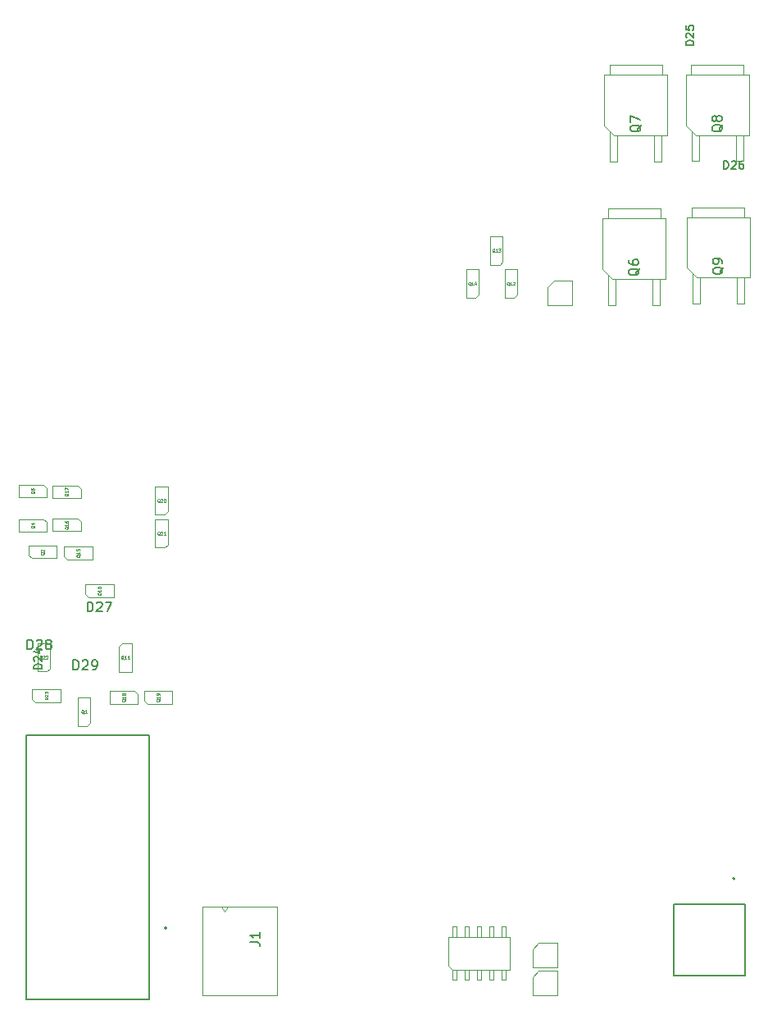
<source format=gbr>
G04 #@! TF.GenerationSoftware,KiCad,Pcbnew,(6.0.9)*
G04 #@! TF.CreationDate,2022-12-09T23:02:23+03:00*
G04 #@! TF.ProjectId,alphax_2ch,616c7068-6178-45f3-9263-682e6b696361,E*
G04 #@! TF.SameCoordinates,PX141f5e0PYa2cace0*
G04 #@! TF.FileFunction,AssemblyDrawing,Top*
%FSLAX46Y46*%
G04 Gerber Fmt 4.6, Leading zero omitted, Abs format (unit mm)*
G04 Created by KiCad (PCBNEW (6.0.9)) date 2022-12-09 23:02:23*
%MOMM*%
%LPD*%
G01*
G04 APERTURE LIST*
%ADD10C,0.050000*%
%ADD11C,0.150000*%
%ADD12C,0.170000*%
%ADD13C,0.100000*%
%ADD14C,0.127000*%
%ADD15C,0.200000*%
G04 APERTURE END LIST*
D10*
G04 #@! TO.C,Q13*
X55217142Y77324762D02*
X55186666Y77340000D01*
X55156190Y77370477D01*
X55110476Y77416191D01*
X55080000Y77431429D01*
X55049523Y77431429D01*
X55064761Y77355239D02*
X55034285Y77370477D01*
X55003809Y77400953D01*
X54988571Y77461905D01*
X54988571Y77568572D01*
X55003809Y77629524D01*
X55034285Y77660000D01*
X55064761Y77675239D01*
X55125714Y77675239D01*
X55156190Y77660000D01*
X55186666Y77629524D01*
X55201904Y77568572D01*
X55201904Y77461905D01*
X55186666Y77400953D01*
X55156190Y77370477D01*
X55125714Y77355239D01*
X55064761Y77355239D01*
X55506666Y77355239D02*
X55323809Y77355239D01*
X55415238Y77355239D02*
X55415238Y77675239D01*
X55384761Y77629524D01*
X55354285Y77599048D01*
X55323809Y77583810D01*
X55613333Y77675239D02*
X55811428Y77675239D01*
X55704761Y77553334D01*
X55750476Y77553334D01*
X55780952Y77538096D01*
X55796190Y77522858D01*
X55811428Y77492381D01*
X55811428Y77416191D01*
X55796190Y77385715D01*
X55780952Y77370477D01*
X55750476Y77355239D01*
X55659047Y77355239D01*
X55628571Y77370477D01*
X55613333Y77385715D01*
G04 #@! TO.C,Q1*
X12759523Y29734762D02*
X12729047Y29750000D01*
X12698571Y29780477D01*
X12652857Y29826191D01*
X12622380Y29841429D01*
X12591904Y29841429D01*
X12607142Y29765239D02*
X12576666Y29780477D01*
X12546190Y29810953D01*
X12530952Y29871905D01*
X12530952Y29978572D01*
X12546190Y30039524D01*
X12576666Y30070000D01*
X12607142Y30085239D01*
X12668095Y30085239D01*
X12698571Y30070000D01*
X12729047Y30039524D01*
X12744285Y29978572D01*
X12744285Y29871905D01*
X12729047Y29810953D01*
X12698571Y29780477D01*
X12668095Y29765239D01*
X12607142Y29765239D01*
X13049047Y29765239D02*
X12866190Y29765239D01*
X12957619Y29765239D02*
X12957619Y30085239D01*
X12927142Y30039524D01*
X12896666Y30009048D01*
X12866190Y29993810D01*
D11*
G04 #@! TO.C,D28*
X6935714Y36347620D02*
X6935714Y37347620D01*
X7173809Y37347620D01*
X7316666Y37300000D01*
X7411904Y37204762D01*
X7459523Y37109524D01*
X7507142Y36919048D01*
X7507142Y36776191D01*
X7459523Y36585715D01*
X7411904Y36490477D01*
X7316666Y36395239D01*
X7173809Y36347620D01*
X6935714Y36347620D01*
X7888095Y37252381D02*
X7935714Y37300000D01*
X8030952Y37347620D01*
X8269047Y37347620D01*
X8364285Y37300000D01*
X8411904Y37252381D01*
X8459523Y37157143D01*
X8459523Y37061905D01*
X8411904Y36919048D01*
X7840476Y36347620D01*
X8459523Y36347620D01*
X9030952Y36919048D02*
X8935714Y36966667D01*
X8888095Y37014286D01*
X8840476Y37109524D01*
X8840476Y37157143D01*
X8888095Y37252381D01*
X8935714Y37300000D01*
X9030952Y37347620D01*
X9221428Y37347620D01*
X9316666Y37300000D01*
X9364285Y37252381D01*
X9411904Y37157143D01*
X9411904Y37109524D01*
X9364285Y37014286D01*
X9316666Y36966667D01*
X9221428Y36919048D01*
X9030952Y36919048D01*
X8935714Y36871429D01*
X8888095Y36823810D01*
X8840476Y36728572D01*
X8840476Y36538096D01*
X8888095Y36442858D01*
X8935714Y36395239D01*
X9030952Y36347620D01*
X9221428Y36347620D01*
X9316666Y36395239D01*
X9364285Y36442858D01*
X9411904Y36538096D01*
X9411904Y36728572D01*
X9364285Y36823810D01*
X9316666Y36871429D01*
X9221428Y36919048D01*
G04 #@! TO.C,J1*
X29962380Y6141667D02*
X30676666Y6141667D01*
X30819523Y6094048D01*
X30914761Y5998810D01*
X30962380Y5855953D01*
X30962380Y5760715D01*
X30962380Y7141667D02*
X30962380Y6570239D01*
X30962380Y6855953D02*
X29962380Y6855953D01*
X30105238Y6760715D01*
X30200476Y6665477D01*
X30248095Y6570239D01*
G04 #@! TO.C,Q8*
X78767619Y90504762D02*
X78720000Y90409524D01*
X78624761Y90314286D01*
X78481904Y90171429D01*
X78434285Y90076191D01*
X78434285Y89980953D01*
X78672380Y90028572D02*
X78624761Y89933334D01*
X78529523Y89838096D01*
X78339047Y89790477D01*
X78005714Y89790477D01*
X77815238Y89838096D01*
X77720000Y89933334D01*
X77672380Y90028572D01*
X77672380Y90219048D01*
X77720000Y90314286D01*
X77815238Y90409524D01*
X78005714Y90457143D01*
X78339047Y90457143D01*
X78529523Y90409524D01*
X78624761Y90314286D01*
X78672380Y90219048D01*
X78672380Y90028572D01*
X78100952Y91028572D02*
X78053333Y90933334D01*
X78005714Y90885715D01*
X77910476Y90838096D01*
X77862857Y90838096D01*
X77767619Y90885715D01*
X77720000Y90933334D01*
X77672380Y91028572D01*
X77672380Y91219048D01*
X77720000Y91314286D01*
X77767619Y91361905D01*
X77862857Y91409524D01*
X77910476Y91409524D01*
X78005714Y91361905D01*
X78053333Y91314286D01*
X78100952Y91219048D01*
X78100952Y91028572D01*
X78148571Y90933334D01*
X78196190Y90885715D01*
X78291428Y90838096D01*
X78481904Y90838096D01*
X78577142Y90885715D01*
X78624761Y90933334D01*
X78672380Y91028572D01*
X78672380Y91219048D01*
X78624761Y91314286D01*
X78577142Y91361905D01*
X78481904Y91409524D01*
X78291428Y91409524D01*
X78196190Y91361905D01*
X78148571Y91314286D01*
X78100952Y91219048D01*
D10*
G04 #@! TO.C,Q4*
X7675238Y49119524D02*
X7660000Y49089048D01*
X7629523Y49058572D01*
X7583809Y49012858D01*
X7568571Y48982381D01*
X7568571Y48951905D01*
X7644761Y48967143D02*
X7629523Y48936667D01*
X7599047Y48906191D01*
X7538095Y48890953D01*
X7431428Y48890953D01*
X7370476Y48906191D01*
X7340000Y48936667D01*
X7324761Y48967143D01*
X7324761Y49028096D01*
X7340000Y49058572D01*
X7370476Y49089048D01*
X7431428Y49104286D01*
X7538095Y49104286D01*
X7599047Y49089048D01*
X7629523Y49058572D01*
X7644761Y49028096D01*
X7644761Y48967143D01*
X7431428Y49378572D02*
X7644761Y49378572D01*
X7309523Y49302381D02*
X7538095Y49226191D01*
X7538095Y49424286D01*
G04 #@! TO.C,Q15*
X12375238Y46117143D02*
X12360000Y46086667D01*
X12329523Y46056191D01*
X12283809Y46010477D01*
X12268571Y45980000D01*
X12268571Y45949524D01*
X12344761Y45964762D02*
X12329523Y45934286D01*
X12299047Y45903810D01*
X12238095Y45888572D01*
X12131428Y45888572D01*
X12070476Y45903810D01*
X12040000Y45934286D01*
X12024761Y45964762D01*
X12024761Y46025715D01*
X12040000Y46056191D01*
X12070476Y46086667D01*
X12131428Y46101905D01*
X12238095Y46101905D01*
X12299047Y46086667D01*
X12329523Y46056191D01*
X12344761Y46025715D01*
X12344761Y45964762D01*
X12344761Y46406667D02*
X12344761Y46223810D01*
X12344761Y46315239D02*
X12024761Y46315239D01*
X12070476Y46284762D01*
X12100952Y46254286D01*
X12116190Y46223810D01*
X12024761Y46696191D02*
X12024761Y46543810D01*
X12177142Y46528572D01*
X12161904Y46543810D01*
X12146666Y46574286D01*
X12146666Y46650477D01*
X12161904Y46680953D01*
X12177142Y46696191D01*
X12207619Y46711429D01*
X12283809Y46711429D01*
X12314285Y46696191D01*
X12329523Y46680953D01*
X12344761Y46650477D01*
X12344761Y46574286D01*
X12329523Y46543810D01*
X12314285Y46528572D01*
G04 #@! TO.C,Q19*
X20627238Y31215143D02*
X20612000Y31184667D01*
X20581523Y31154191D01*
X20535809Y31108477D01*
X20520571Y31078000D01*
X20520571Y31047524D01*
X20596761Y31062762D02*
X20581523Y31032286D01*
X20551047Y31001810D01*
X20490095Y30986572D01*
X20383428Y30986572D01*
X20322476Y31001810D01*
X20292000Y31032286D01*
X20276761Y31062762D01*
X20276761Y31123715D01*
X20292000Y31154191D01*
X20322476Y31184667D01*
X20383428Y31199905D01*
X20490095Y31199905D01*
X20551047Y31184667D01*
X20581523Y31154191D01*
X20596761Y31123715D01*
X20596761Y31062762D01*
X20596761Y31504667D02*
X20596761Y31321810D01*
X20596761Y31413239D02*
X20276761Y31413239D01*
X20322476Y31382762D01*
X20352952Y31352286D01*
X20368190Y31321810D01*
X20596761Y31657048D02*
X20596761Y31718000D01*
X20581523Y31748477D01*
X20566285Y31763715D01*
X20520571Y31794191D01*
X20459619Y31809429D01*
X20337714Y31809429D01*
X20307238Y31794191D01*
X20292000Y31778953D01*
X20276761Y31748477D01*
X20276761Y31687524D01*
X20292000Y31657048D01*
X20307238Y31641810D01*
X20337714Y31626572D01*
X20413904Y31626572D01*
X20444380Y31641810D01*
X20459619Y31657048D01*
X20474857Y31687524D01*
X20474857Y31748477D01*
X20459619Y31778953D01*
X20444380Y31794191D01*
X20413904Y31809429D01*
G04 #@! TO.C,Q18*
X17071238Y31215143D02*
X17056000Y31184667D01*
X17025523Y31154191D01*
X16979809Y31108477D01*
X16964571Y31078000D01*
X16964571Y31047524D01*
X17040761Y31062762D02*
X17025523Y31032286D01*
X16995047Y31001810D01*
X16934095Y30986572D01*
X16827428Y30986572D01*
X16766476Y31001810D01*
X16736000Y31032286D01*
X16720761Y31062762D01*
X16720761Y31123715D01*
X16736000Y31154191D01*
X16766476Y31184667D01*
X16827428Y31199905D01*
X16934095Y31199905D01*
X16995047Y31184667D01*
X17025523Y31154191D01*
X17040761Y31123715D01*
X17040761Y31062762D01*
X17040761Y31504667D02*
X17040761Y31321810D01*
X17040761Y31413239D02*
X16720761Y31413239D01*
X16766476Y31382762D01*
X16796952Y31352286D01*
X16812190Y31321810D01*
X16857904Y31687524D02*
X16842666Y31657048D01*
X16827428Y31641810D01*
X16796952Y31626572D01*
X16781714Y31626572D01*
X16751238Y31641810D01*
X16736000Y31657048D01*
X16720761Y31687524D01*
X16720761Y31748477D01*
X16736000Y31778953D01*
X16751238Y31794191D01*
X16781714Y31809429D01*
X16796952Y31809429D01*
X16827428Y31794191D01*
X16842666Y31778953D01*
X16857904Y31748477D01*
X16857904Y31687524D01*
X16873142Y31657048D01*
X16888380Y31641810D01*
X16918857Y31626572D01*
X16979809Y31626572D01*
X17010285Y31641810D01*
X17025523Y31657048D01*
X17040761Y31687524D01*
X17040761Y31748477D01*
X17025523Y31778953D01*
X17010285Y31794191D01*
X16979809Y31809429D01*
X16918857Y31809429D01*
X16888380Y31794191D01*
X16873142Y31778953D01*
X16857904Y31748477D01*
D12*
G04 #@! TO.C,D26*
X78904285Y85929048D02*
X78904285Y86749048D01*
X79099523Y86749048D01*
X79216666Y86710000D01*
X79294761Y86631905D01*
X79333809Y86553810D01*
X79372857Y86397620D01*
X79372857Y86280477D01*
X79333809Y86124286D01*
X79294761Y86046191D01*
X79216666Y85968096D01*
X79099523Y85929048D01*
X78904285Y85929048D01*
X79685238Y86670953D02*
X79724285Y86710000D01*
X79802380Y86749048D01*
X79997619Y86749048D01*
X80075714Y86710000D01*
X80114761Y86670953D01*
X80153809Y86592858D01*
X80153809Y86514762D01*
X80114761Y86397620D01*
X79646190Y85929048D01*
X80153809Y85929048D01*
X80856666Y86749048D02*
X80700476Y86749048D01*
X80622380Y86710000D01*
X80583333Y86670953D01*
X80505238Y86553810D01*
X80466190Y86397620D01*
X80466190Y86085239D01*
X80505238Y86007143D01*
X80544285Y85968096D01*
X80622380Y85929048D01*
X80778571Y85929048D01*
X80856666Y85968096D01*
X80895714Y86007143D01*
X80934761Y86085239D01*
X80934761Y86280477D01*
X80895714Y86358572D01*
X80856666Y86397620D01*
X80778571Y86436667D01*
X80622380Y86436667D01*
X80544285Y86397620D01*
X80505238Y86358572D01*
X80466190Y86280477D01*
D10*
G04 #@! TO.C,Q22*
X8447142Y35334762D02*
X8416666Y35350000D01*
X8386190Y35380477D01*
X8340476Y35426191D01*
X8310000Y35441429D01*
X8279523Y35441429D01*
X8294761Y35365239D02*
X8264285Y35380477D01*
X8233809Y35410953D01*
X8218571Y35471905D01*
X8218571Y35578572D01*
X8233809Y35639524D01*
X8264285Y35670000D01*
X8294761Y35685239D01*
X8355714Y35685239D01*
X8386190Y35670000D01*
X8416666Y35639524D01*
X8431904Y35578572D01*
X8431904Y35471905D01*
X8416666Y35410953D01*
X8386190Y35380477D01*
X8355714Y35365239D01*
X8294761Y35365239D01*
X8553809Y35654762D02*
X8569047Y35670000D01*
X8599523Y35685239D01*
X8675714Y35685239D01*
X8706190Y35670000D01*
X8721428Y35654762D01*
X8736666Y35624286D01*
X8736666Y35593810D01*
X8721428Y35548096D01*
X8538571Y35365239D01*
X8736666Y35365239D01*
X8858571Y35654762D02*
X8873809Y35670000D01*
X8904285Y35685239D01*
X8980476Y35685239D01*
X9010952Y35670000D01*
X9026190Y35654762D01*
X9041428Y35624286D01*
X9041428Y35593810D01*
X9026190Y35548096D01*
X8843333Y35365239D01*
X9041428Y35365239D01*
G04 #@! TO.C,Q14*
X52717142Y73924762D02*
X52686666Y73940000D01*
X52656190Y73970477D01*
X52610476Y74016191D01*
X52580000Y74031429D01*
X52549523Y74031429D01*
X52564761Y73955239D02*
X52534285Y73970477D01*
X52503809Y74000953D01*
X52488571Y74061905D01*
X52488571Y74168572D01*
X52503809Y74229524D01*
X52534285Y74260000D01*
X52564761Y74275239D01*
X52625714Y74275239D01*
X52656190Y74260000D01*
X52686666Y74229524D01*
X52701904Y74168572D01*
X52701904Y74061905D01*
X52686666Y74000953D01*
X52656190Y73970477D01*
X52625714Y73955239D01*
X52564761Y73955239D01*
X53006666Y73955239D02*
X52823809Y73955239D01*
X52915238Y73955239D02*
X52915238Y74275239D01*
X52884761Y74229524D01*
X52854285Y74199048D01*
X52823809Y74183810D01*
X53280952Y74168572D02*
X53280952Y73955239D01*
X53204761Y74290477D02*
X53128571Y74061905D01*
X53326666Y74061905D01*
D11*
G04 #@! TO.C,D29*
X11685714Y34247620D02*
X11685714Y35247620D01*
X11923809Y35247620D01*
X12066666Y35200000D01*
X12161904Y35104762D01*
X12209523Y35009524D01*
X12257142Y34819048D01*
X12257142Y34676191D01*
X12209523Y34485715D01*
X12161904Y34390477D01*
X12066666Y34295239D01*
X11923809Y34247620D01*
X11685714Y34247620D01*
X12638095Y35152381D02*
X12685714Y35200000D01*
X12780952Y35247620D01*
X13019047Y35247620D01*
X13114285Y35200000D01*
X13161904Y35152381D01*
X13209523Y35057143D01*
X13209523Y34961905D01*
X13161904Y34819048D01*
X12590476Y34247620D01*
X13209523Y34247620D01*
X13685714Y34247620D02*
X13876190Y34247620D01*
X13971428Y34295239D01*
X14019047Y34342858D01*
X14114285Y34485715D01*
X14161904Y34676191D01*
X14161904Y35057143D01*
X14114285Y35152381D01*
X14066666Y35200000D01*
X13971428Y35247620D01*
X13780952Y35247620D01*
X13685714Y35200000D01*
X13638095Y35152381D01*
X13590476Y35057143D01*
X13590476Y34819048D01*
X13638095Y34723810D01*
X13685714Y34676191D01*
X13780952Y34628572D01*
X13971428Y34628572D01*
X14066666Y34676191D01*
X14114285Y34723810D01*
X14161904Y34819048D01*
D10*
G04 #@! TO.C,Q17*
X11175238Y52417143D02*
X11160000Y52386667D01*
X11129523Y52356191D01*
X11083809Y52310477D01*
X11068571Y52280000D01*
X11068571Y52249524D01*
X11144761Y52264762D02*
X11129523Y52234286D01*
X11099047Y52203810D01*
X11038095Y52188572D01*
X10931428Y52188572D01*
X10870476Y52203810D01*
X10840000Y52234286D01*
X10824761Y52264762D01*
X10824761Y52325715D01*
X10840000Y52356191D01*
X10870476Y52386667D01*
X10931428Y52401905D01*
X11038095Y52401905D01*
X11099047Y52386667D01*
X11129523Y52356191D01*
X11144761Y52325715D01*
X11144761Y52264762D01*
X11144761Y52706667D02*
X11144761Y52523810D01*
X11144761Y52615239D02*
X10824761Y52615239D01*
X10870476Y52584762D01*
X10900952Y52554286D01*
X10916190Y52523810D01*
X10824761Y52813334D02*
X10824761Y53026667D01*
X11144761Y52889524D01*
G04 #@! TO.C,Q20*
X20617142Y51524762D02*
X20586666Y51540000D01*
X20556190Y51570477D01*
X20510476Y51616191D01*
X20480000Y51631429D01*
X20449523Y51631429D01*
X20464761Y51555239D02*
X20434285Y51570477D01*
X20403809Y51600953D01*
X20388571Y51661905D01*
X20388571Y51768572D01*
X20403809Y51829524D01*
X20434285Y51860000D01*
X20464761Y51875239D01*
X20525714Y51875239D01*
X20556190Y51860000D01*
X20586666Y51829524D01*
X20601904Y51768572D01*
X20601904Y51661905D01*
X20586666Y51600953D01*
X20556190Y51570477D01*
X20525714Y51555239D01*
X20464761Y51555239D01*
X20723809Y51844762D02*
X20739047Y51860000D01*
X20769523Y51875239D01*
X20845714Y51875239D01*
X20876190Y51860000D01*
X20891428Y51844762D01*
X20906666Y51814286D01*
X20906666Y51783810D01*
X20891428Y51738096D01*
X20708571Y51555239D01*
X20906666Y51555239D01*
X21104761Y51875239D02*
X21135238Y51875239D01*
X21165714Y51860000D01*
X21180952Y51844762D01*
X21196190Y51814286D01*
X21211428Y51753334D01*
X21211428Y51677143D01*
X21196190Y51616191D01*
X21180952Y51585715D01*
X21165714Y51570477D01*
X21135238Y51555239D01*
X21104761Y51555239D01*
X21074285Y51570477D01*
X21059047Y51585715D01*
X21043809Y51616191D01*
X21028571Y51677143D01*
X21028571Y51753334D01*
X21043809Y51814286D01*
X21059047Y51844762D01*
X21074285Y51860000D01*
X21104761Y51875239D01*
G04 #@! TO.C,D23*
X9044761Y31181429D02*
X8724761Y31181429D01*
X8724761Y31257620D01*
X8740000Y31303334D01*
X8770476Y31333810D01*
X8800952Y31349048D01*
X8861904Y31364286D01*
X8907619Y31364286D01*
X8968571Y31349048D01*
X8999047Y31333810D01*
X9029523Y31303334D01*
X9044761Y31257620D01*
X9044761Y31181429D01*
X8755238Y31486191D02*
X8740000Y31501429D01*
X8724761Y31531905D01*
X8724761Y31608096D01*
X8740000Y31638572D01*
X8755238Y31653810D01*
X8785714Y31669048D01*
X8816190Y31669048D01*
X8861904Y31653810D01*
X9044761Y31470953D01*
X9044761Y31669048D01*
X8724761Y31775715D02*
X8724761Y31973810D01*
X8846666Y31867143D01*
X8846666Y31912858D01*
X8861904Y31943334D01*
X8877142Y31958572D01*
X8907619Y31973810D01*
X8983809Y31973810D01*
X9014285Y31958572D01*
X9029523Y31943334D01*
X9044761Y31912858D01*
X9044761Y31821429D01*
X9029523Y31790953D01*
X9014285Y31775715D01*
G04 #@! TO.C,Q5*
X7675238Y52669524D02*
X7660000Y52639048D01*
X7629523Y52608572D01*
X7583809Y52562858D01*
X7568571Y52532381D01*
X7568571Y52501905D01*
X7644761Y52517143D02*
X7629523Y52486667D01*
X7599047Y52456191D01*
X7538095Y52440953D01*
X7431428Y52440953D01*
X7370476Y52456191D01*
X7340000Y52486667D01*
X7324761Y52517143D01*
X7324761Y52578096D01*
X7340000Y52608572D01*
X7370476Y52639048D01*
X7431428Y52654286D01*
X7538095Y52654286D01*
X7599047Y52639048D01*
X7629523Y52608572D01*
X7644761Y52578096D01*
X7644761Y52517143D01*
X7324761Y52943810D02*
X7324761Y52791429D01*
X7477142Y52776191D01*
X7461904Y52791429D01*
X7446666Y52821905D01*
X7446666Y52898096D01*
X7461904Y52928572D01*
X7477142Y52943810D01*
X7507619Y52959048D01*
X7583809Y52959048D01*
X7614285Y52943810D01*
X7629523Y52928572D01*
X7644761Y52898096D01*
X7644761Y52821905D01*
X7629523Y52791429D01*
X7614285Y52776191D01*
G04 #@! TO.C,Q12*
X56695142Y73924762D02*
X56664666Y73940000D01*
X56634190Y73970477D01*
X56588476Y74016191D01*
X56558000Y74031429D01*
X56527523Y74031429D01*
X56542761Y73955239D02*
X56512285Y73970477D01*
X56481809Y74000953D01*
X56466571Y74061905D01*
X56466571Y74168572D01*
X56481809Y74229524D01*
X56512285Y74260000D01*
X56542761Y74275239D01*
X56603714Y74275239D01*
X56634190Y74260000D01*
X56664666Y74229524D01*
X56679904Y74168572D01*
X56679904Y74061905D01*
X56664666Y74000953D01*
X56634190Y73970477D01*
X56603714Y73955239D01*
X56542761Y73955239D01*
X56984666Y73955239D02*
X56801809Y73955239D01*
X56893238Y73955239D02*
X56893238Y74275239D01*
X56862761Y74229524D01*
X56832285Y74199048D01*
X56801809Y74183810D01*
X57106571Y74244762D02*
X57121809Y74260000D01*
X57152285Y74275239D01*
X57228476Y74275239D01*
X57258952Y74260000D01*
X57274190Y74244762D01*
X57289428Y74214286D01*
X57289428Y74183810D01*
X57274190Y74138096D01*
X57091333Y73955239D01*
X57289428Y73955239D01*
G04 #@! TO.C,Q2*
X8675238Y46369524D02*
X8660000Y46339048D01*
X8629523Y46308572D01*
X8583809Y46262858D01*
X8568571Y46232381D01*
X8568571Y46201905D01*
X8644761Y46217143D02*
X8629523Y46186667D01*
X8599047Y46156191D01*
X8538095Y46140953D01*
X8431428Y46140953D01*
X8370476Y46156191D01*
X8340000Y46186667D01*
X8324761Y46217143D01*
X8324761Y46278096D01*
X8340000Y46308572D01*
X8370476Y46339048D01*
X8431428Y46354286D01*
X8538095Y46354286D01*
X8599047Y46339048D01*
X8629523Y46308572D01*
X8644761Y46278096D01*
X8644761Y46217143D01*
X8355238Y46476191D02*
X8340000Y46491429D01*
X8324761Y46521905D01*
X8324761Y46598096D01*
X8340000Y46628572D01*
X8355238Y46643810D01*
X8385714Y46659048D01*
X8416190Y46659048D01*
X8461904Y46643810D01*
X8644761Y46460953D01*
X8644761Y46659048D01*
G04 #@! TO.C,Q16*
X11175238Y49017143D02*
X11160000Y48986667D01*
X11129523Y48956191D01*
X11083809Y48910477D01*
X11068571Y48880000D01*
X11068571Y48849524D01*
X11144761Y48864762D02*
X11129523Y48834286D01*
X11099047Y48803810D01*
X11038095Y48788572D01*
X10931428Y48788572D01*
X10870476Y48803810D01*
X10840000Y48834286D01*
X10824761Y48864762D01*
X10824761Y48925715D01*
X10840000Y48956191D01*
X10870476Y48986667D01*
X10931428Y49001905D01*
X11038095Y49001905D01*
X11099047Y48986667D01*
X11129523Y48956191D01*
X11144761Y48925715D01*
X11144761Y48864762D01*
X11144761Y49306667D02*
X11144761Y49123810D01*
X11144761Y49215239D02*
X10824761Y49215239D01*
X10870476Y49184762D01*
X10900952Y49154286D01*
X10916190Y49123810D01*
X10824761Y49580953D02*
X10824761Y49520000D01*
X10840000Y49489524D01*
X10855238Y49474286D01*
X10900952Y49443810D01*
X10961904Y49428572D01*
X11083809Y49428572D01*
X11114285Y49443810D01*
X11129523Y49459048D01*
X11144761Y49489524D01*
X11144761Y49550477D01*
X11129523Y49580953D01*
X11114285Y49596191D01*
X11083809Y49611429D01*
X11007619Y49611429D01*
X10977142Y49596191D01*
X10961904Y49580953D01*
X10946666Y49550477D01*
X10946666Y49489524D01*
X10961904Y49459048D01*
X10977142Y49443810D01*
X11007619Y49428572D01*
D11*
G04 #@! TO.C,Q7*
X70337619Y90494762D02*
X70290000Y90399524D01*
X70194761Y90304286D01*
X70051904Y90161429D01*
X70004285Y90066191D01*
X70004285Y89970953D01*
X70242380Y90018572D02*
X70194761Y89923334D01*
X70099523Y89828096D01*
X69909047Y89780477D01*
X69575714Y89780477D01*
X69385238Y89828096D01*
X69290000Y89923334D01*
X69242380Y90018572D01*
X69242380Y90209048D01*
X69290000Y90304286D01*
X69385238Y90399524D01*
X69575714Y90447143D01*
X69909047Y90447143D01*
X70099523Y90399524D01*
X70194761Y90304286D01*
X70242380Y90209048D01*
X70242380Y90018572D01*
X69242380Y90780477D02*
X69242380Y91447143D01*
X70242380Y91018572D01*
G04 #@! TO.C,Q6*
X70157619Y75674762D02*
X70110000Y75579524D01*
X70014761Y75484286D01*
X69871904Y75341429D01*
X69824285Y75246191D01*
X69824285Y75150953D01*
X70062380Y75198572D02*
X70014761Y75103334D01*
X69919523Y75008096D01*
X69729047Y74960477D01*
X69395714Y74960477D01*
X69205238Y75008096D01*
X69110000Y75103334D01*
X69062380Y75198572D01*
X69062380Y75389048D01*
X69110000Y75484286D01*
X69205238Y75579524D01*
X69395714Y75627143D01*
X69729047Y75627143D01*
X69919523Y75579524D01*
X70014761Y75484286D01*
X70062380Y75389048D01*
X70062380Y75198572D01*
X69062380Y76484286D02*
X69062380Y76293810D01*
X69110000Y76198572D01*
X69157619Y76150953D01*
X69300476Y76055715D01*
X69490952Y76008096D01*
X69871904Y76008096D01*
X69967142Y76055715D01*
X70014761Y76103334D01*
X70062380Y76198572D01*
X70062380Y76389048D01*
X70014761Y76484286D01*
X69967142Y76531905D01*
X69871904Y76579524D01*
X69633809Y76579524D01*
X69538571Y76531905D01*
X69490952Y76484286D01*
X69443333Y76389048D01*
X69443333Y76198572D01*
X69490952Y76103334D01*
X69538571Y76055715D01*
X69633809Y76008096D01*
D10*
G04 #@! TO.C,Q21*
X20617142Y48124762D02*
X20586666Y48140000D01*
X20556190Y48170477D01*
X20510476Y48216191D01*
X20480000Y48231429D01*
X20449523Y48231429D01*
X20464761Y48155239D02*
X20434285Y48170477D01*
X20403809Y48200953D01*
X20388571Y48261905D01*
X20388571Y48368572D01*
X20403809Y48429524D01*
X20434285Y48460000D01*
X20464761Y48475239D01*
X20525714Y48475239D01*
X20556190Y48460000D01*
X20586666Y48429524D01*
X20601904Y48368572D01*
X20601904Y48261905D01*
X20586666Y48200953D01*
X20556190Y48170477D01*
X20525714Y48155239D01*
X20464761Y48155239D01*
X20723809Y48444762D02*
X20739047Y48460000D01*
X20769523Y48475239D01*
X20845714Y48475239D01*
X20876190Y48460000D01*
X20891428Y48444762D01*
X20906666Y48414286D01*
X20906666Y48383810D01*
X20891428Y48338096D01*
X20708571Y48155239D01*
X20906666Y48155239D01*
X21211428Y48155239D02*
X21028571Y48155239D01*
X21120000Y48155239D02*
X21120000Y48475239D01*
X21089523Y48429524D01*
X21059047Y48399048D01*
X21028571Y48383810D01*
D11*
G04 #@! TO.C,D27*
X13135714Y40247620D02*
X13135714Y41247620D01*
X13373809Y41247620D01*
X13516666Y41200000D01*
X13611904Y41104762D01*
X13659523Y41009524D01*
X13707142Y40819048D01*
X13707142Y40676191D01*
X13659523Y40485715D01*
X13611904Y40390477D01*
X13516666Y40295239D01*
X13373809Y40247620D01*
X13135714Y40247620D01*
X14088095Y41152381D02*
X14135714Y41200000D01*
X14230952Y41247620D01*
X14469047Y41247620D01*
X14564285Y41200000D01*
X14611904Y41152381D01*
X14659523Y41057143D01*
X14659523Y40961905D01*
X14611904Y40819048D01*
X14040476Y40247620D01*
X14659523Y40247620D01*
X14992857Y41247620D02*
X15659523Y41247620D01*
X15230952Y40247620D01*
D10*
G04 #@! TO.C,Q10*
X14575238Y42217143D02*
X14560000Y42186667D01*
X14529523Y42156191D01*
X14483809Y42110477D01*
X14468571Y42080000D01*
X14468571Y42049524D01*
X14544761Y42064762D02*
X14529523Y42034286D01*
X14499047Y42003810D01*
X14438095Y41988572D01*
X14331428Y41988572D01*
X14270476Y42003810D01*
X14240000Y42034286D01*
X14224761Y42064762D01*
X14224761Y42125715D01*
X14240000Y42156191D01*
X14270476Y42186667D01*
X14331428Y42201905D01*
X14438095Y42201905D01*
X14499047Y42186667D01*
X14529523Y42156191D01*
X14544761Y42125715D01*
X14544761Y42064762D01*
X14544761Y42506667D02*
X14544761Y42323810D01*
X14544761Y42415239D02*
X14224761Y42415239D01*
X14270476Y42384762D01*
X14300952Y42354286D01*
X14316190Y42323810D01*
X14224761Y42704762D02*
X14224761Y42735239D01*
X14240000Y42765715D01*
X14255238Y42780953D01*
X14285714Y42796191D01*
X14346666Y42811429D01*
X14422857Y42811429D01*
X14483809Y42796191D01*
X14514285Y42780953D01*
X14529523Y42765715D01*
X14544761Y42735239D01*
X14544761Y42704762D01*
X14529523Y42674286D01*
X14514285Y42659048D01*
X14483809Y42643810D01*
X14422857Y42628572D01*
X14346666Y42628572D01*
X14285714Y42643810D01*
X14255238Y42659048D01*
X14240000Y42674286D01*
X14224761Y42704762D01*
D12*
G04 #@! TO.C,D24*
X8430952Y34369286D02*
X7610952Y34369286D01*
X7610952Y34564524D01*
X7650000Y34681667D01*
X7728095Y34759762D01*
X7806190Y34798810D01*
X7962380Y34837858D01*
X8079523Y34837858D01*
X8235714Y34798810D01*
X8313809Y34759762D01*
X8391904Y34681667D01*
X8430952Y34564524D01*
X8430952Y34369286D01*
X7689047Y35150239D02*
X7650000Y35189286D01*
X7610952Y35267381D01*
X7610952Y35462620D01*
X7650000Y35540715D01*
X7689047Y35579762D01*
X7767142Y35618810D01*
X7845238Y35618810D01*
X7962380Y35579762D01*
X8430952Y35111191D01*
X8430952Y35618810D01*
X7884285Y36321667D02*
X8430952Y36321667D01*
X7571904Y36126429D02*
X8157619Y35931191D01*
X8157619Y36438810D01*
D10*
G04 #@! TO.C,Q11*
X16867142Y35324762D02*
X16836666Y35340000D01*
X16806190Y35370477D01*
X16760476Y35416191D01*
X16730000Y35431429D01*
X16699523Y35431429D01*
X16714761Y35355239D02*
X16684285Y35370477D01*
X16653809Y35400953D01*
X16638571Y35461905D01*
X16638571Y35568572D01*
X16653809Y35629524D01*
X16684285Y35660000D01*
X16714761Y35675239D01*
X16775714Y35675239D01*
X16806190Y35660000D01*
X16836666Y35629524D01*
X16851904Y35568572D01*
X16851904Y35461905D01*
X16836666Y35400953D01*
X16806190Y35370477D01*
X16775714Y35355239D01*
X16714761Y35355239D01*
X17156666Y35355239D02*
X16973809Y35355239D01*
X17065238Y35355239D02*
X17065238Y35675239D01*
X17034761Y35629524D01*
X17004285Y35599048D01*
X16973809Y35583810D01*
X17461428Y35355239D02*
X17278571Y35355239D01*
X17370000Y35355239D02*
X17370000Y35675239D01*
X17339523Y35629524D01*
X17309047Y35599048D01*
X17278571Y35583810D01*
D12*
G04 #@! TO.C,D25*
X75770952Y98704286D02*
X74950952Y98704286D01*
X74950952Y98899524D01*
X74990000Y99016667D01*
X75068095Y99094762D01*
X75146190Y99133810D01*
X75302380Y99172858D01*
X75419523Y99172858D01*
X75575714Y99133810D01*
X75653809Y99094762D01*
X75731904Y99016667D01*
X75770952Y98899524D01*
X75770952Y98704286D01*
X75029047Y99485239D02*
X74990000Y99524286D01*
X74950952Y99602381D01*
X74950952Y99797620D01*
X74990000Y99875715D01*
X75029047Y99914762D01*
X75107142Y99953810D01*
X75185238Y99953810D01*
X75302380Y99914762D01*
X75770952Y99446191D01*
X75770952Y99953810D01*
X74950952Y100695715D02*
X74950952Y100305239D01*
X75341428Y100266191D01*
X75302380Y100305239D01*
X75263333Y100383334D01*
X75263333Y100578572D01*
X75302380Y100656667D01*
X75341428Y100695715D01*
X75419523Y100734762D01*
X75614761Y100734762D01*
X75692857Y100695715D01*
X75731904Y100656667D01*
X75770952Y100578572D01*
X75770952Y100383334D01*
X75731904Y100305239D01*
X75692857Y100266191D01*
D11*
G04 #@! TO.C,Q9*
X78837619Y75794762D02*
X78790000Y75699524D01*
X78694761Y75604286D01*
X78551904Y75461429D01*
X78504285Y75366191D01*
X78504285Y75270953D01*
X78742380Y75318572D02*
X78694761Y75223334D01*
X78599523Y75128096D01*
X78409047Y75080477D01*
X78075714Y75080477D01*
X77885238Y75128096D01*
X77790000Y75223334D01*
X77742380Y75318572D01*
X77742380Y75509048D01*
X77790000Y75604286D01*
X77885238Y75699524D01*
X78075714Y75747143D01*
X78409047Y75747143D01*
X78599523Y75699524D01*
X78694761Y75604286D01*
X78742380Y75509048D01*
X78742380Y75318572D01*
X78742380Y76223334D02*
X78742380Y76413810D01*
X78694761Y76509048D01*
X78647142Y76556667D01*
X78504285Y76651905D01*
X78313809Y76699524D01*
X77932857Y76699524D01*
X77837619Y76651905D01*
X77790000Y76604286D01*
X77742380Y76509048D01*
X77742380Y76318572D01*
X77790000Y76223334D01*
X77837619Y76175715D01*
X77932857Y76128096D01*
X78170952Y76128096D01*
X78266190Y76175715D01*
X78313809Y76223334D01*
X78361428Y76318572D01*
X78361428Y76509048D01*
X78313809Y76604286D01*
X78266190Y76651905D01*
X78170952Y76699524D01*
D13*
G04 #@! TO.C,Q13*
X54750000Y76050000D02*
X54750000Y78950000D01*
X56050000Y76375000D02*
X55725000Y76050000D01*
X54750000Y78950000D02*
X56050000Y78950000D01*
X55725000Y76050000D02*
X54750000Y76050000D01*
X56050000Y78950000D02*
X56050000Y76375000D01*
G04 #@! TO.C,Q1*
X13115000Y28460000D02*
X12140000Y28460000D01*
X13440000Y28785000D02*
X13115000Y28460000D01*
X12140000Y28460000D02*
X12140000Y31360000D01*
X13440000Y31360000D02*
X13440000Y28785000D01*
X12140000Y31360000D02*
X13440000Y31360000D01*
G04 #@! TO.C,P2*
X60688000Y73735000D02*
X61323000Y74370000D01*
X60688000Y71830000D02*
X60688000Y73735000D01*
X61323000Y74370000D02*
X63228000Y74370000D01*
X63228000Y74370000D02*
X63228000Y71830000D01*
X63228000Y71830000D02*
X60688000Y71830000D01*
G04 #@! TO.C,J1*
X25060000Y9825000D02*
X25060000Y625000D01*
X25060000Y625000D02*
X32760000Y625000D01*
X25060000Y9825000D02*
X32760000Y9825000D01*
X26960000Y9825000D02*
X27310000Y9325000D01*
X32760000Y625000D02*
X32760000Y9825000D01*
X27310000Y9325000D02*
X27660000Y9825000D01*
G04 #@! TO.C,Q8*
X75520000Y95650000D02*
X75520000Y96650000D01*
X80125000Y89430000D02*
X80125000Y86730000D01*
X74970000Y95650000D02*
X81470000Y95650000D01*
X80125000Y86730000D02*
X80875000Y86730000D01*
X75565000Y89835000D02*
X75565000Y86730000D01*
X81470000Y89430000D02*
X75970000Y89430000D01*
X80875000Y86730000D02*
X80875000Y89430000D01*
X74970000Y90430000D02*
X74970000Y95650000D01*
X80920000Y96650000D02*
X80920000Y95650000D01*
X75970000Y89430000D02*
X74970000Y90430000D01*
X75565000Y86730000D02*
X76315000Y86730000D01*
X76315000Y86730000D02*
X76315000Y89430000D01*
X81470000Y95650000D02*
X81470000Y89430000D01*
X75520000Y96650000D02*
X80920000Y96650000D01*
G04 #@! TO.C,Q4*
X6050000Y49800000D02*
X8625000Y49800000D01*
X8950000Y48500000D02*
X6050000Y48500000D01*
X6050000Y48500000D02*
X6050000Y49800000D01*
X8625000Y49800000D02*
X8950000Y49475000D01*
X8950000Y49475000D02*
X8950000Y48500000D01*
G04 #@! TO.C,Q15*
X10750000Y46950000D02*
X13650000Y46950000D01*
X10750000Y45975000D02*
X10750000Y46950000D01*
X13650000Y46950000D02*
X13650000Y45650000D01*
X13650000Y45650000D02*
X11075000Y45650000D01*
X11075000Y45650000D02*
X10750000Y45975000D01*
G04 #@! TO.C,Q19*
X21902000Y30748000D02*
X19327000Y30748000D01*
X19002000Y32048000D02*
X21902000Y32048000D01*
X21902000Y32048000D02*
X21902000Y30748000D01*
X19002000Y31073000D02*
X19002000Y32048000D01*
X19327000Y30748000D02*
X19002000Y31073000D01*
G04 #@! TO.C,Q18*
X18021000Y32048000D02*
X18346000Y31723000D01*
X15446000Y32048000D02*
X18021000Y32048000D01*
X18346000Y31723000D02*
X18346000Y30748000D01*
X18346000Y30748000D02*
X15446000Y30748000D01*
X15446000Y30748000D02*
X15446000Y32048000D01*
G04 #@! TO.C,Q22*
X7980000Y34060000D02*
X7980000Y36960000D01*
X9280000Y36960000D02*
X9280000Y34385000D01*
X9280000Y34385000D02*
X8955000Y34060000D01*
X7980000Y36960000D02*
X9280000Y36960000D01*
X8955000Y34060000D02*
X7980000Y34060000D01*
G04 #@! TO.C,P3*
X59765000Y3170000D02*
X61670000Y3170000D01*
X59130000Y2535000D02*
X59765000Y3170000D01*
X61670000Y630000D02*
X59130000Y630000D01*
X61670000Y3170000D02*
X61670000Y630000D01*
X59130000Y630000D02*
X59130000Y2535000D01*
G04 #@! TO.C,Q14*
X52250000Y75550000D02*
X53550000Y75550000D01*
X53550000Y72975000D02*
X53225000Y72650000D01*
X52250000Y72650000D02*
X52250000Y75550000D01*
X53550000Y75550000D02*
X53550000Y72975000D01*
X53225000Y72650000D02*
X52250000Y72650000D01*
G04 #@! TO.C,Q17*
X9550000Y51950000D02*
X9550000Y53250000D01*
X12450000Y52925000D02*
X12450000Y51950000D01*
X12450000Y51950000D02*
X9550000Y51950000D01*
X12125000Y53250000D02*
X12450000Y52925000D01*
X9550000Y53250000D02*
X12125000Y53250000D01*
G04 #@! TO.C,Q20*
X21125000Y50250000D02*
X20150000Y50250000D01*
X20150000Y50250000D02*
X20150000Y53150000D01*
X21450000Y53150000D02*
X21450000Y50575000D01*
X21450000Y50575000D02*
X21125000Y50250000D01*
X20150000Y53150000D02*
X21450000Y53150000D01*
G04 #@! TO.C,D23*
X7775000Y30920000D02*
X7450000Y31245000D01*
X7450000Y31245000D02*
X7450000Y32220000D01*
X10350000Y32220000D02*
X10350000Y30920000D01*
X7450000Y32220000D02*
X10350000Y32220000D01*
X10350000Y30920000D02*
X7775000Y30920000D01*
G04 #@! TO.C,Q5*
X8950000Y52050000D02*
X6050000Y52050000D01*
X6050000Y52050000D02*
X6050000Y53350000D01*
X6050000Y53350000D02*
X8625000Y53350000D01*
X8625000Y53350000D02*
X8950000Y53025000D01*
X8950000Y53025000D02*
X8950000Y52050000D01*
G04 #@! TO.C,Q12*
X57528000Y72975000D02*
X57203000Y72650000D01*
X56228000Y72650000D02*
X56228000Y75550000D01*
X57528000Y75550000D02*
X57528000Y72975000D01*
X56228000Y75550000D02*
X57528000Y75550000D01*
X57203000Y72650000D02*
X56228000Y72650000D01*
G04 #@! TO.C,Q2*
X9950000Y45750000D02*
X7375000Y45750000D01*
X7375000Y45750000D02*
X7050000Y46075000D01*
X7050000Y46075000D02*
X7050000Y47050000D01*
X7050000Y47050000D02*
X9950000Y47050000D01*
X9950000Y47050000D02*
X9950000Y45750000D01*
D14*
G04 #@! TO.C,U3*
X81102500Y10092500D02*
X73737500Y10092500D01*
X81102500Y2727500D02*
X73737500Y2727500D01*
X81102500Y10092500D02*
X81102500Y2727500D01*
X73737500Y10092500D02*
X73737500Y2727500D01*
D15*
X80015000Y12710000D02*
G75*
G03*
X80015000Y12710000I-100000J0D01*
G01*
D13*
G04 #@! TO.C,Q16*
X12125000Y49850000D02*
X12450000Y49525000D01*
X12450000Y48550000D02*
X9550000Y48550000D01*
X12450000Y49525000D02*
X12450000Y48550000D01*
X9550000Y48550000D02*
X9550000Y49850000D01*
X9550000Y49850000D02*
X12125000Y49850000D01*
D14*
G04 #@! TO.C,U4*
X6850000Y275000D02*
X6850000Y27525000D01*
X19550000Y275000D02*
X6850000Y275000D01*
X19550000Y27525000D02*
X19550000Y275000D01*
X6850000Y27525000D02*
X19550000Y27525000D01*
D15*
X21300000Y7600000D02*
G75*
G03*
X21300000Y7600000I-100000J0D01*
G01*
D13*
G04 #@! TO.C,Q7*
X73040000Y95640000D02*
X73040000Y89420000D01*
X72490000Y96640000D02*
X72490000Y95640000D01*
X71695000Y86720000D02*
X72445000Y86720000D01*
X67090000Y95640000D02*
X67090000Y96640000D01*
X67135000Y86720000D02*
X67885000Y86720000D01*
X67090000Y96640000D02*
X72490000Y96640000D01*
X66540000Y90420000D02*
X66540000Y95640000D01*
X67540000Y89420000D02*
X66540000Y90420000D01*
X67135000Y89825000D02*
X67135000Y86720000D01*
X72445000Y86720000D02*
X72445000Y89420000D01*
X71695000Y89420000D02*
X71695000Y86720000D01*
X67885000Y86720000D02*
X67885000Y89420000D01*
X66540000Y95640000D02*
X73040000Y95640000D01*
X73040000Y89420000D02*
X67540000Y89420000D01*
G04 #@! TO.C,Q6*
X72310000Y81820000D02*
X72310000Y80820000D01*
X72860000Y74600000D02*
X67360000Y74600000D01*
X66910000Y80820000D02*
X66910000Y81820000D01*
X66910000Y81820000D02*
X72310000Y81820000D01*
X66955000Y75005000D02*
X66955000Y71900000D01*
X66360000Y80820000D02*
X72860000Y80820000D01*
X66955000Y71900000D02*
X67705000Y71900000D01*
X71515000Y74600000D02*
X71515000Y71900000D01*
X67360000Y74600000D02*
X66360000Y75600000D01*
X72860000Y80820000D02*
X72860000Y74600000D01*
X71515000Y71900000D02*
X72265000Y71900000D01*
X66360000Y75600000D02*
X66360000Y80820000D01*
X72265000Y71900000D02*
X72265000Y74600000D01*
X67705000Y71900000D02*
X67705000Y74600000D01*
G04 #@! TO.C,Q21*
X20150000Y46850000D02*
X20150000Y49750000D01*
X20150000Y49750000D02*
X21450000Y49750000D01*
X21125000Y46850000D02*
X20150000Y46850000D01*
X21450000Y49750000D02*
X21450000Y47175000D01*
X21450000Y47175000D02*
X21125000Y46850000D01*
G04 #@! TO.C,Q10*
X12950000Y42075000D02*
X12950000Y43050000D01*
X15850000Y43050000D02*
X15850000Y41750000D01*
X12950000Y43050000D02*
X15850000Y43050000D01*
X15850000Y41750000D02*
X13275000Y41750000D01*
X13275000Y41750000D02*
X12950000Y42075000D01*
G04 #@! TO.C,Q11*
X17700000Y36950000D02*
X17700000Y34050000D01*
X16400000Y34050000D02*
X16400000Y36625000D01*
X17700000Y34050000D02*
X16400000Y34050000D01*
X16725000Y36950000D02*
X17700000Y36950000D01*
X16400000Y36625000D02*
X16725000Y36950000D01*
G04 #@! TO.C,P4*
X59130000Y3530000D02*
X59130000Y5435000D01*
X61670000Y3530000D02*
X59130000Y3530000D01*
X59130000Y5435000D02*
X59765000Y6070000D01*
X59765000Y6070000D02*
X61670000Y6070000D01*
X61670000Y6070000D02*
X61670000Y3530000D01*
G04 #@! TO.C,Q9*
X75590000Y81940000D02*
X80990000Y81940000D01*
X75635000Y72020000D02*
X76385000Y72020000D01*
X75040000Y75720000D02*
X75040000Y80940000D01*
X80195000Y72020000D02*
X80945000Y72020000D01*
X80195000Y74720000D02*
X80195000Y72020000D01*
X75040000Y80940000D02*
X81540000Y80940000D01*
X76385000Y72020000D02*
X76385000Y74720000D01*
X75590000Y80940000D02*
X75590000Y81940000D01*
X75635000Y75125000D02*
X75635000Y72020000D01*
X76040000Y74720000D02*
X75040000Y75720000D01*
X81540000Y80940000D02*
X81540000Y74720000D01*
X80945000Y72020000D02*
X80945000Y74720000D01*
X81540000Y74720000D02*
X76040000Y74720000D01*
X80990000Y81940000D02*
X80990000Y80940000D01*
G04 #@! TO.C,J2*
X50858607Y3295000D02*
X50423607Y3730000D01*
X50858607Y2250000D02*
X51258607Y2250000D01*
X56773607Y3295000D02*
X50858607Y3295000D01*
X54668607Y2250000D02*
X55068607Y2250000D01*
X54668607Y3295000D02*
X54668607Y2250000D01*
X50423607Y6705000D02*
X56773607Y6705000D01*
X55068607Y2250000D02*
X55068607Y3295000D01*
X55938607Y2250000D02*
X56338607Y2250000D01*
X51258607Y7750000D02*
X51258607Y6705000D01*
X52128607Y3295000D02*
X52128607Y2250000D01*
X53398607Y6705000D02*
X53398607Y7750000D01*
X50858607Y7750000D02*
X51258607Y7750000D01*
X50858607Y3295000D02*
X50858607Y2250000D01*
X55938607Y7750000D02*
X56338607Y7750000D01*
X52528607Y2250000D02*
X52528607Y3295000D01*
X52128607Y6705000D02*
X52128607Y7750000D01*
X55938607Y3295000D02*
X55938607Y2250000D01*
X56338607Y2250000D02*
X56338607Y3295000D01*
X56773607Y6705000D02*
X56773607Y3295000D01*
X53798607Y2250000D02*
X53798607Y3295000D01*
X50423607Y3730000D02*
X50423607Y6705000D01*
X50858607Y6705000D02*
X50858607Y7750000D01*
X52528607Y7750000D02*
X52528607Y6705000D01*
X53398607Y3295000D02*
X53398607Y2250000D01*
X51258607Y2250000D02*
X51258607Y3295000D01*
X52128607Y7750000D02*
X52528607Y7750000D01*
X54668607Y6705000D02*
X54668607Y7750000D01*
X53398607Y2250000D02*
X53798607Y2250000D01*
X55068607Y7750000D02*
X55068607Y6705000D01*
X55938607Y6705000D02*
X55938607Y7750000D01*
X56338607Y7750000D02*
X56338607Y6705000D01*
X53398607Y7750000D02*
X53798607Y7750000D01*
X54668607Y7750000D02*
X55068607Y7750000D01*
X53798607Y7750000D02*
X53798607Y6705000D01*
X52128607Y2250000D02*
X52528607Y2250000D01*
G04 #@! TD*
M02*

</source>
